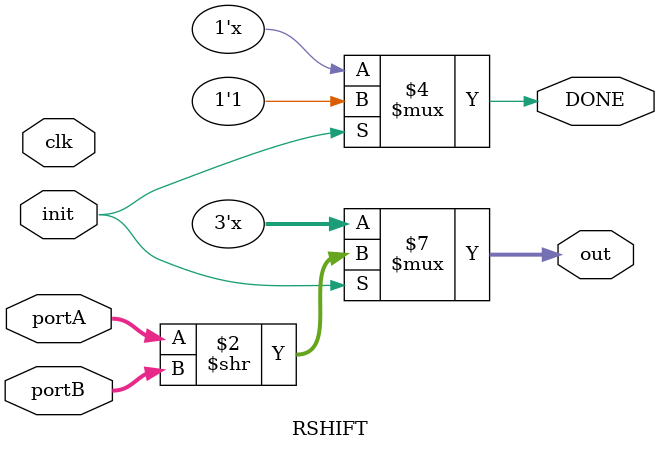
<source format=v>
`timescale 1ns / 1ps
module RSHIFT (
    input init,
    input [2:0] portA, portB,
    input clk,
    output reg [2:0] out,
    output reg DONE
);

always @(*) begin
    
    if (init) begin
        out = portA >> portB;
        DONE = 1;
    end
    
end

endmodule

/* module testRSHIFT;
    
    reg clk, init;
    reg [2:0] portA,portB;
    wire [2:0] out;
    wire DONE;

    RSHIFT uut (.portA(portA),.portB(portB),.clk(clk),.init(init),.out(out),.DONE(DONE));

    initial begin
        $dumpfile("RSHIFT_tb.vcd");
        $dumpvars(0,testRSHIFT);
        portA = 6;
        portB = 2;
        clk=0;
        init=0;

        #18 init=1;
        #2000 $finish;
    end
    
always #1 clk = ~clk;

endmodule */
</source>
